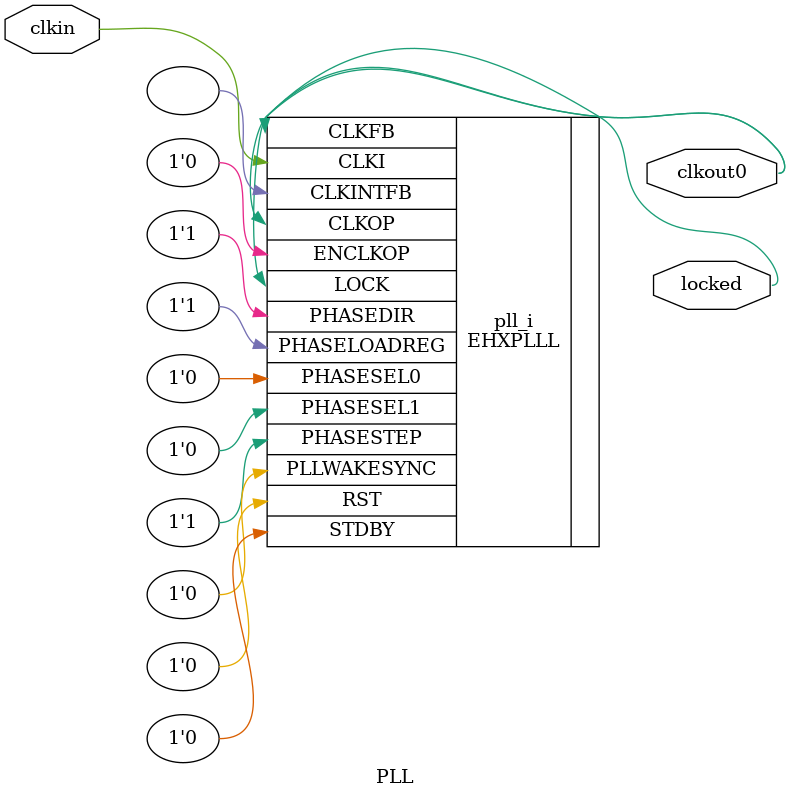
<source format=v>
module PLL
(
    input clkin, // 24 MHz, 0 deg
    output clkout0, // 48 MHz, 0 deg
    output locked
);
(* FREQUENCY_PIN_CLKI="24" *)
(* FREQUENCY_PIN_CLKOP="48" *)
(* ICP_CURRENT="12" *) (* LPF_RESISTOR="8" *) (* MFG_ENABLE_FILTEROPAMP="1" *) (* MFG_GMCREF_SEL="2" *)
EHXPLLL #(
        .PLLRST_ENA("DISABLED"),
        .INTFB_WAKE("DISABLED"),
        .STDBY_ENABLE("DISABLED"),
        .DPHASE_SOURCE("DISABLED"),
        .OUTDIVIDER_MUXA("DIVA"),
        .OUTDIVIDER_MUXB("DIVB"),
        .OUTDIVIDER_MUXC("DIVC"),
        .OUTDIVIDER_MUXD("DIVD"),
        .CLKI_DIV(1),
        .CLKOP_ENABLE("ENABLED"),
        .CLKOP_DIV(12),
        .CLKOP_CPHASE(5),
        .CLKOP_FPHASE(0),
        .FEEDBK_PATH("CLKOP"),
        .CLKFB_DIV(2)
    ) pll_i (
        .RST(1'b0),
        .STDBY(1'b0),
        .CLKI(clkin),
        .CLKOP(clkout0),
        .CLKFB(clkout0),
        .CLKINTFB(),
        .PHASESEL0(1'b0),
        .PHASESEL1(1'b0),
        .PHASEDIR(1'b1),
        .PHASESTEP(1'b1),
        .PHASELOADREG(1'b1),
        .PLLWAKESYNC(1'b0),
        .ENCLKOP(1'b0),
        .LOCK(locked)
	);
endmodule

</source>
